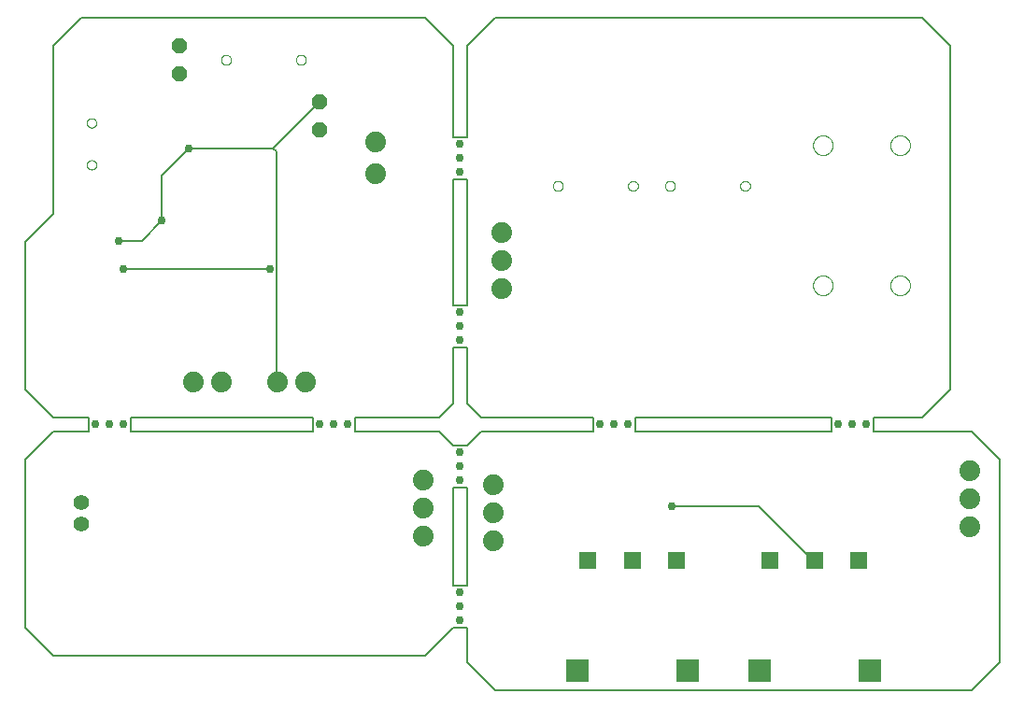
<source format=gbl>
G75*
%MOIN*%
%OFA0B0*%
%FSLAX25Y25*%
%IPPOS*%
%LPD*%
%AMOC8*
5,1,8,0,0,1.08239X$1,22.5*
%
%ADD10C,0.00600*%
%ADD11C,0.07400*%
%ADD12OC8,0.05200*%
%ADD13C,0.05600*%
%ADD14C,0.00000*%
%ADD15R,0.05937X0.05937*%
%ADD16R,0.08268X0.08268*%
%ADD17C,0.02978*%
D10*
X0018800Y0024459D02*
X0008800Y0034459D01*
X0008800Y0094459D01*
X0018800Y0104459D01*
X0031300Y0104459D01*
X0031300Y0109459D01*
X0018800Y0109459D01*
X0008800Y0119459D01*
X0008800Y0171959D01*
X0018800Y0181959D01*
X0018800Y0241959D01*
X0028800Y0251959D01*
X0151300Y0251959D01*
X0161300Y0241959D01*
X0161300Y0209459D01*
X0166300Y0209459D01*
X0166300Y0241959D01*
X0176300Y0251959D01*
X0328800Y0251959D01*
X0338800Y0241959D01*
X0338800Y0119459D01*
X0328800Y0109459D01*
X0311300Y0109459D01*
X0311300Y0104459D01*
X0346300Y0104459D01*
X0356300Y0094459D01*
X0356300Y0021959D01*
X0346300Y0011959D01*
X0176300Y0011959D01*
X0166300Y0021959D01*
X0166300Y0034459D01*
X0161300Y0034459D01*
X0151300Y0024459D01*
X0018800Y0024459D01*
X0046300Y0104459D02*
X0111300Y0104459D01*
X0111300Y0109459D01*
X0046300Y0109459D01*
X0046300Y0104459D01*
X0098400Y0121959D02*
X0098800Y0121959D01*
X0098400Y0121959D02*
X0098400Y0204159D01*
X0097200Y0205359D01*
X0113800Y0221959D01*
X0097200Y0205359D02*
X0067200Y0205359D01*
X0057600Y0195759D01*
X0057600Y0179559D01*
X0050400Y0172359D01*
X0042000Y0172359D01*
X0043800Y0162159D02*
X0096000Y0162159D01*
X0161300Y0149459D02*
X0161300Y0194459D01*
X0166300Y0194459D01*
X0166300Y0149459D01*
X0161300Y0149459D01*
X0161300Y0134459D02*
X0161300Y0114459D01*
X0156300Y0109459D01*
X0126300Y0109459D01*
X0126300Y0104459D01*
X0156300Y0104459D01*
X0161300Y0099459D01*
X0166300Y0099459D01*
X0171300Y0104459D01*
X0211300Y0104459D01*
X0211300Y0109459D01*
X0171300Y0109459D01*
X0166300Y0114459D01*
X0166300Y0134459D01*
X0161300Y0134459D01*
X0226300Y0109459D02*
X0226300Y0104459D01*
X0296300Y0104459D01*
X0296300Y0109459D01*
X0226300Y0109459D01*
X0239400Y0077559D02*
X0270600Y0077559D01*
X0289800Y0058359D01*
X0290375Y0058337D01*
X0166300Y0049459D02*
X0161300Y0049459D01*
X0161300Y0084459D01*
X0166300Y0084459D01*
X0166300Y0049459D01*
D11*
X0175650Y0065384D03*
X0175650Y0075384D03*
X0175650Y0085384D03*
X0150650Y0086959D03*
X0150650Y0076959D03*
X0150650Y0066959D03*
X0108800Y0121959D03*
X0098800Y0121959D03*
X0078800Y0121959D03*
X0068800Y0121959D03*
X0133800Y0196259D03*
X0133800Y0207659D03*
X0178800Y0175384D03*
X0178800Y0165384D03*
X0178800Y0155384D03*
X0345650Y0090384D03*
X0345650Y0080384D03*
X0345650Y0070384D03*
D12*
X0113800Y0211959D03*
X0113800Y0221959D03*
X0063800Y0231959D03*
X0063800Y0241959D03*
D13*
X0028800Y0079045D03*
X0028800Y0071171D03*
D14*
X0197067Y0191959D02*
X0197069Y0192043D01*
X0197075Y0192126D01*
X0197085Y0192209D01*
X0197099Y0192292D01*
X0197116Y0192374D01*
X0197138Y0192455D01*
X0197163Y0192534D01*
X0197192Y0192613D01*
X0197225Y0192690D01*
X0197261Y0192765D01*
X0197301Y0192839D01*
X0197344Y0192911D01*
X0197391Y0192980D01*
X0197441Y0193047D01*
X0197494Y0193112D01*
X0197550Y0193174D01*
X0197608Y0193234D01*
X0197670Y0193291D01*
X0197734Y0193344D01*
X0197801Y0193395D01*
X0197870Y0193442D01*
X0197941Y0193487D01*
X0198014Y0193527D01*
X0198089Y0193564D01*
X0198166Y0193598D01*
X0198244Y0193628D01*
X0198323Y0193654D01*
X0198404Y0193677D01*
X0198486Y0193695D01*
X0198568Y0193710D01*
X0198651Y0193721D01*
X0198734Y0193728D01*
X0198818Y0193731D01*
X0198902Y0193730D01*
X0198985Y0193725D01*
X0199069Y0193716D01*
X0199151Y0193703D01*
X0199233Y0193687D01*
X0199314Y0193666D01*
X0199395Y0193642D01*
X0199473Y0193614D01*
X0199551Y0193582D01*
X0199627Y0193546D01*
X0199701Y0193507D01*
X0199773Y0193465D01*
X0199843Y0193419D01*
X0199911Y0193370D01*
X0199976Y0193318D01*
X0200039Y0193263D01*
X0200099Y0193205D01*
X0200157Y0193144D01*
X0200211Y0193080D01*
X0200263Y0193014D01*
X0200311Y0192946D01*
X0200356Y0192875D01*
X0200397Y0192802D01*
X0200436Y0192728D01*
X0200470Y0192652D01*
X0200501Y0192574D01*
X0200528Y0192495D01*
X0200552Y0192414D01*
X0200571Y0192333D01*
X0200587Y0192251D01*
X0200599Y0192168D01*
X0200607Y0192084D01*
X0200611Y0192001D01*
X0200611Y0191917D01*
X0200607Y0191834D01*
X0200599Y0191750D01*
X0200587Y0191667D01*
X0200571Y0191585D01*
X0200552Y0191504D01*
X0200528Y0191423D01*
X0200501Y0191344D01*
X0200470Y0191266D01*
X0200436Y0191190D01*
X0200397Y0191116D01*
X0200356Y0191043D01*
X0200311Y0190972D01*
X0200263Y0190904D01*
X0200211Y0190838D01*
X0200157Y0190774D01*
X0200099Y0190713D01*
X0200039Y0190655D01*
X0199976Y0190600D01*
X0199911Y0190548D01*
X0199843Y0190499D01*
X0199773Y0190453D01*
X0199701Y0190411D01*
X0199627Y0190372D01*
X0199551Y0190336D01*
X0199473Y0190304D01*
X0199395Y0190276D01*
X0199314Y0190252D01*
X0199233Y0190231D01*
X0199151Y0190215D01*
X0199069Y0190202D01*
X0198985Y0190193D01*
X0198902Y0190188D01*
X0198818Y0190187D01*
X0198734Y0190190D01*
X0198651Y0190197D01*
X0198568Y0190208D01*
X0198486Y0190223D01*
X0198404Y0190241D01*
X0198323Y0190264D01*
X0198244Y0190290D01*
X0198166Y0190320D01*
X0198089Y0190354D01*
X0198014Y0190391D01*
X0197941Y0190431D01*
X0197870Y0190476D01*
X0197801Y0190523D01*
X0197734Y0190574D01*
X0197670Y0190627D01*
X0197608Y0190684D01*
X0197550Y0190744D01*
X0197494Y0190806D01*
X0197441Y0190871D01*
X0197391Y0190938D01*
X0197344Y0191007D01*
X0197301Y0191079D01*
X0197261Y0191153D01*
X0197225Y0191228D01*
X0197192Y0191305D01*
X0197163Y0191384D01*
X0197138Y0191463D01*
X0197116Y0191544D01*
X0197099Y0191626D01*
X0197085Y0191709D01*
X0197075Y0191792D01*
X0197069Y0191875D01*
X0197067Y0191959D01*
X0223839Y0191959D02*
X0223841Y0192043D01*
X0223847Y0192126D01*
X0223857Y0192209D01*
X0223871Y0192292D01*
X0223888Y0192374D01*
X0223910Y0192455D01*
X0223935Y0192534D01*
X0223964Y0192613D01*
X0223997Y0192690D01*
X0224033Y0192765D01*
X0224073Y0192839D01*
X0224116Y0192911D01*
X0224163Y0192980D01*
X0224213Y0193047D01*
X0224266Y0193112D01*
X0224322Y0193174D01*
X0224380Y0193234D01*
X0224442Y0193291D01*
X0224506Y0193344D01*
X0224573Y0193395D01*
X0224642Y0193442D01*
X0224713Y0193487D01*
X0224786Y0193527D01*
X0224861Y0193564D01*
X0224938Y0193598D01*
X0225016Y0193628D01*
X0225095Y0193654D01*
X0225176Y0193677D01*
X0225258Y0193695D01*
X0225340Y0193710D01*
X0225423Y0193721D01*
X0225506Y0193728D01*
X0225590Y0193731D01*
X0225674Y0193730D01*
X0225757Y0193725D01*
X0225841Y0193716D01*
X0225923Y0193703D01*
X0226005Y0193687D01*
X0226086Y0193666D01*
X0226167Y0193642D01*
X0226245Y0193614D01*
X0226323Y0193582D01*
X0226399Y0193546D01*
X0226473Y0193507D01*
X0226545Y0193465D01*
X0226615Y0193419D01*
X0226683Y0193370D01*
X0226748Y0193318D01*
X0226811Y0193263D01*
X0226871Y0193205D01*
X0226929Y0193144D01*
X0226983Y0193080D01*
X0227035Y0193014D01*
X0227083Y0192946D01*
X0227128Y0192875D01*
X0227169Y0192802D01*
X0227208Y0192728D01*
X0227242Y0192652D01*
X0227273Y0192574D01*
X0227300Y0192495D01*
X0227324Y0192414D01*
X0227343Y0192333D01*
X0227359Y0192251D01*
X0227371Y0192168D01*
X0227379Y0192084D01*
X0227383Y0192001D01*
X0227383Y0191917D01*
X0227379Y0191834D01*
X0227371Y0191750D01*
X0227359Y0191667D01*
X0227343Y0191585D01*
X0227324Y0191504D01*
X0227300Y0191423D01*
X0227273Y0191344D01*
X0227242Y0191266D01*
X0227208Y0191190D01*
X0227169Y0191116D01*
X0227128Y0191043D01*
X0227083Y0190972D01*
X0227035Y0190904D01*
X0226983Y0190838D01*
X0226929Y0190774D01*
X0226871Y0190713D01*
X0226811Y0190655D01*
X0226748Y0190600D01*
X0226683Y0190548D01*
X0226615Y0190499D01*
X0226545Y0190453D01*
X0226473Y0190411D01*
X0226399Y0190372D01*
X0226323Y0190336D01*
X0226245Y0190304D01*
X0226167Y0190276D01*
X0226086Y0190252D01*
X0226005Y0190231D01*
X0225923Y0190215D01*
X0225841Y0190202D01*
X0225757Y0190193D01*
X0225674Y0190188D01*
X0225590Y0190187D01*
X0225506Y0190190D01*
X0225423Y0190197D01*
X0225340Y0190208D01*
X0225258Y0190223D01*
X0225176Y0190241D01*
X0225095Y0190264D01*
X0225016Y0190290D01*
X0224938Y0190320D01*
X0224861Y0190354D01*
X0224786Y0190391D01*
X0224713Y0190431D01*
X0224642Y0190476D01*
X0224573Y0190523D01*
X0224506Y0190574D01*
X0224442Y0190627D01*
X0224380Y0190684D01*
X0224322Y0190744D01*
X0224266Y0190806D01*
X0224213Y0190871D01*
X0224163Y0190938D01*
X0224116Y0191007D01*
X0224073Y0191079D01*
X0224033Y0191153D01*
X0223997Y0191228D01*
X0223964Y0191305D01*
X0223935Y0191384D01*
X0223910Y0191463D01*
X0223888Y0191544D01*
X0223871Y0191626D01*
X0223857Y0191709D01*
X0223847Y0191792D01*
X0223841Y0191875D01*
X0223839Y0191959D01*
X0237067Y0191959D02*
X0237069Y0192043D01*
X0237075Y0192126D01*
X0237085Y0192209D01*
X0237099Y0192292D01*
X0237116Y0192374D01*
X0237138Y0192455D01*
X0237163Y0192534D01*
X0237192Y0192613D01*
X0237225Y0192690D01*
X0237261Y0192765D01*
X0237301Y0192839D01*
X0237344Y0192911D01*
X0237391Y0192980D01*
X0237441Y0193047D01*
X0237494Y0193112D01*
X0237550Y0193174D01*
X0237608Y0193234D01*
X0237670Y0193291D01*
X0237734Y0193344D01*
X0237801Y0193395D01*
X0237870Y0193442D01*
X0237941Y0193487D01*
X0238014Y0193527D01*
X0238089Y0193564D01*
X0238166Y0193598D01*
X0238244Y0193628D01*
X0238323Y0193654D01*
X0238404Y0193677D01*
X0238486Y0193695D01*
X0238568Y0193710D01*
X0238651Y0193721D01*
X0238734Y0193728D01*
X0238818Y0193731D01*
X0238902Y0193730D01*
X0238985Y0193725D01*
X0239069Y0193716D01*
X0239151Y0193703D01*
X0239233Y0193687D01*
X0239314Y0193666D01*
X0239395Y0193642D01*
X0239473Y0193614D01*
X0239551Y0193582D01*
X0239627Y0193546D01*
X0239701Y0193507D01*
X0239773Y0193465D01*
X0239843Y0193419D01*
X0239911Y0193370D01*
X0239976Y0193318D01*
X0240039Y0193263D01*
X0240099Y0193205D01*
X0240157Y0193144D01*
X0240211Y0193080D01*
X0240263Y0193014D01*
X0240311Y0192946D01*
X0240356Y0192875D01*
X0240397Y0192802D01*
X0240436Y0192728D01*
X0240470Y0192652D01*
X0240501Y0192574D01*
X0240528Y0192495D01*
X0240552Y0192414D01*
X0240571Y0192333D01*
X0240587Y0192251D01*
X0240599Y0192168D01*
X0240607Y0192084D01*
X0240611Y0192001D01*
X0240611Y0191917D01*
X0240607Y0191834D01*
X0240599Y0191750D01*
X0240587Y0191667D01*
X0240571Y0191585D01*
X0240552Y0191504D01*
X0240528Y0191423D01*
X0240501Y0191344D01*
X0240470Y0191266D01*
X0240436Y0191190D01*
X0240397Y0191116D01*
X0240356Y0191043D01*
X0240311Y0190972D01*
X0240263Y0190904D01*
X0240211Y0190838D01*
X0240157Y0190774D01*
X0240099Y0190713D01*
X0240039Y0190655D01*
X0239976Y0190600D01*
X0239911Y0190548D01*
X0239843Y0190499D01*
X0239773Y0190453D01*
X0239701Y0190411D01*
X0239627Y0190372D01*
X0239551Y0190336D01*
X0239473Y0190304D01*
X0239395Y0190276D01*
X0239314Y0190252D01*
X0239233Y0190231D01*
X0239151Y0190215D01*
X0239069Y0190202D01*
X0238985Y0190193D01*
X0238902Y0190188D01*
X0238818Y0190187D01*
X0238734Y0190190D01*
X0238651Y0190197D01*
X0238568Y0190208D01*
X0238486Y0190223D01*
X0238404Y0190241D01*
X0238323Y0190264D01*
X0238244Y0190290D01*
X0238166Y0190320D01*
X0238089Y0190354D01*
X0238014Y0190391D01*
X0237941Y0190431D01*
X0237870Y0190476D01*
X0237801Y0190523D01*
X0237734Y0190574D01*
X0237670Y0190627D01*
X0237608Y0190684D01*
X0237550Y0190744D01*
X0237494Y0190806D01*
X0237441Y0190871D01*
X0237391Y0190938D01*
X0237344Y0191007D01*
X0237301Y0191079D01*
X0237261Y0191153D01*
X0237225Y0191228D01*
X0237192Y0191305D01*
X0237163Y0191384D01*
X0237138Y0191463D01*
X0237116Y0191544D01*
X0237099Y0191626D01*
X0237085Y0191709D01*
X0237075Y0191792D01*
X0237069Y0191875D01*
X0237067Y0191959D01*
X0263839Y0191959D02*
X0263841Y0192043D01*
X0263847Y0192126D01*
X0263857Y0192209D01*
X0263871Y0192292D01*
X0263888Y0192374D01*
X0263910Y0192455D01*
X0263935Y0192534D01*
X0263964Y0192613D01*
X0263997Y0192690D01*
X0264033Y0192765D01*
X0264073Y0192839D01*
X0264116Y0192911D01*
X0264163Y0192980D01*
X0264213Y0193047D01*
X0264266Y0193112D01*
X0264322Y0193174D01*
X0264380Y0193234D01*
X0264442Y0193291D01*
X0264506Y0193344D01*
X0264573Y0193395D01*
X0264642Y0193442D01*
X0264713Y0193487D01*
X0264786Y0193527D01*
X0264861Y0193564D01*
X0264938Y0193598D01*
X0265016Y0193628D01*
X0265095Y0193654D01*
X0265176Y0193677D01*
X0265258Y0193695D01*
X0265340Y0193710D01*
X0265423Y0193721D01*
X0265506Y0193728D01*
X0265590Y0193731D01*
X0265674Y0193730D01*
X0265757Y0193725D01*
X0265841Y0193716D01*
X0265923Y0193703D01*
X0266005Y0193687D01*
X0266086Y0193666D01*
X0266167Y0193642D01*
X0266245Y0193614D01*
X0266323Y0193582D01*
X0266399Y0193546D01*
X0266473Y0193507D01*
X0266545Y0193465D01*
X0266615Y0193419D01*
X0266683Y0193370D01*
X0266748Y0193318D01*
X0266811Y0193263D01*
X0266871Y0193205D01*
X0266929Y0193144D01*
X0266983Y0193080D01*
X0267035Y0193014D01*
X0267083Y0192946D01*
X0267128Y0192875D01*
X0267169Y0192802D01*
X0267208Y0192728D01*
X0267242Y0192652D01*
X0267273Y0192574D01*
X0267300Y0192495D01*
X0267324Y0192414D01*
X0267343Y0192333D01*
X0267359Y0192251D01*
X0267371Y0192168D01*
X0267379Y0192084D01*
X0267383Y0192001D01*
X0267383Y0191917D01*
X0267379Y0191834D01*
X0267371Y0191750D01*
X0267359Y0191667D01*
X0267343Y0191585D01*
X0267324Y0191504D01*
X0267300Y0191423D01*
X0267273Y0191344D01*
X0267242Y0191266D01*
X0267208Y0191190D01*
X0267169Y0191116D01*
X0267128Y0191043D01*
X0267083Y0190972D01*
X0267035Y0190904D01*
X0266983Y0190838D01*
X0266929Y0190774D01*
X0266871Y0190713D01*
X0266811Y0190655D01*
X0266748Y0190600D01*
X0266683Y0190548D01*
X0266615Y0190499D01*
X0266545Y0190453D01*
X0266473Y0190411D01*
X0266399Y0190372D01*
X0266323Y0190336D01*
X0266245Y0190304D01*
X0266167Y0190276D01*
X0266086Y0190252D01*
X0266005Y0190231D01*
X0265923Y0190215D01*
X0265841Y0190202D01*
X0265757Y0190193D01*
X0265674Y0190188D01*
X0265590Y0190187D01*
X0265506Y0190190D01*
X0265423Y0190197D01*
X0265340Y0190208D01*
X0265258Y0190223D01*
X0265176Y0190241D01*
X0265095Y0190264D01*
X0265016Y0190290D01*
X0264938Y0190320D01*
X0264861Y0190354D01*
X0264786Y0190391D01*
X0264713Y0190431D01*
X0264642Y0190476D01*
X0264573Y0190523D01*
X0264506Y0190574D01*
X0264442Y0190627D01*
X0264380Y0190684D01*
X0264322Y0190744D01*
X0264266Y0190806D01*
X0264213Y0190871D01*
X0264163Y0190938D01*
X0264116Y0191007D01*
X0264073Y0191079D01*
X0264033Y0191153D01*
X0263997Y0191228D01*
X0263964Y0191305D01*
X0263935Y0191384D01*
X0263910Y0191463D01*
X0263888Y0191544D01*
X0263871Y0191626D01*
X0263857Y0191709D01*
X0263847Y0191792D01*
X0263841Y0191875D01*
X0263839Y0191959D01*
X0289867Y0206486D02*
X0289869Y0206604D01*
X0289875Y0206722D01*
X0289885Y0206840D01*
X0289899Y0206957D01*
X0289917Y0207074D01*
X0289939Y0207191D01*
X0289964Y0207306D01*
X0289994Y0207420D01*
X0290028Y0207534D01*
X0290065Y0207646D01*
X0290106Y0207757D01*
X0290151Y0207866D01*
X0290199Y0207974D01*
X0290251Y0208080D01*
X0290307Y0208185D01*
X0290366Y0208287D01*
X0290428Y0208387D01*
X0290494Y0208485D01*
X0290563Y0208581D01*
X0290636Y0208675D01*
X0290711Y0208766D01*
X0290790Y0208854D01*
X0290871Y0208940D01*
X0290956Y0209023D01*
X0291043Y0209103D01*
X0291132Y0209180D01*
X0291225Y0209254D01*
X0291319Y0209324D01*
X0291416Y0209392D01*
X0291516Y0209456D01*
X0291617Y0209517D01*
X0291720Y0209574D01*
X0291826Y0209628D01*
X0291933Y0209679D01*
X0292041Y0209725D01*
X0292151Y0209768D01*
X0292263Y0209807D01*
X0292376Y0209843D01*
X0292490Y0209874D01*
X0292605Y0209902D01*
X0292720Y0209926D01*
X0292837Y0209946D01*
X0292954Y0209962D01*
X0293072Y0209974D01*
X0293190Y0209982D01*
X0293308Y0209986D01*
X0293426Y0209986D01*
X0293544Y0209982D01*
X0293662Y0209974D01*
X0293780Y0209962D01*
X0293897Y0209946D01*
X0294014Y0209926D01*
X0294129Y0209902D01*
X0294244Y0209874D01*
X0294358Y0209843D01*
X0294471Y0209807D01*
X0294583Y0209768D01*
X0294693Y0209725D01*
X0294801Y0209679D01*
X0294908Y0209628D01*
X0295014Y0209574D01*
X0295117Y0209517D01*
X0295218Y0209456D01*
X0295318Y0209392D01*
X0295415Y0209324D01*
X0295509Y0209254D01*
X0295602Y0209180D01*
X0295691Y0209103D01*
X0295778Y0209023D01*
X0295863Y0208940D01*
X0295944Y0208854D01*
X0296023Y0208766D01*
X0296098Y0208675D01*
X0296171Y0208581D01*
X0296240Y0208485D01*
X0296306Y0208387D01*
X0296368Y0208287D01*
X0296427Y0208185D01*
X0296483Y0208080D01*
X0296535Y0207974D01*
X0296583Y0207866D01*
X0296628Y0207757D01*
X0296669Y0207646D01*
X0296706Y0207534D01*
X0296740Y0207420D01*
X0296770Y0207306D01*
X0296795Y0207191D01*
X0296817Y0207074D01*
X0296835Y0206957D01*
X0296849Y0206840D01*
X0296859Y0206722D01*
X0296865Y0206604D01*
X0296867Y0206486D01*
X0296865Y0206368D01*
X0296859Y0206250D01*
X0296849Y0206132D01*
X0296835Y0206015D01*
X0296817Y0205898D01*
X0296795Y0205781D01*
X0296770Y0205666D01*
X0296740Y0205552D01*
X0296706Y0205438D01*
X0296669Y0205326D01*
X0296628Y0205215D01*
X0296583Y0205106D01*
X0296535Y0204998D01*
X0296483Y0204892D01*
X0296427Y0204787D01*
X0296368Y0204685D01*
X0296306Y0204585D01*
X0296240Y0204487D01*
X0296171Y0204391D01*
X0296098Y0204297D01*
X0296023Y0204206D01*
X0295944Y0204118D01*
X0295863Y0204032D01*
X0295778Y0203949D01*
X0295691Y0203869D01*
X0295602Y0203792D01*
X0295509Y0203718D01*
X0295415Y0203648D01*
X0295318Y0203580D01*
X0295218Y0203516D01*
X0295117Y0203455D01*
X0295014Y0203398D01*
X0294908Y0203344D01*
X0294801Y0203293D01*
X0294693Y0203247D01*
X0294583Y0203204D01*
X0294471Y0203165D01*
X0294358Y0203129D01*
X0294244Y0203098D01*
X0294129Y0203070D01*
X0294014Y0203046D01*
X0293897Y0203026D01*
X0293780Y0203010D01*
X0293662Y0202998D01*
X0293544Y0202990D01*
X0293426Y0202986D01*
X0293308Y0202986D01*
X0293190Y0202990D01*
X0293072Y0202998D01*
X0292954Y0203010D01*
X0292837Y0203026D01*
X0292720Y0203046D01*
X0292605Y0203070D01*
X0292490Y0203098D01*
X0292376Y0203129D01*
X0292263Y0203165D01*
X0292151Y0203204D01*
X0292041Y0203247D01*
X0291933Y0203293D01*
X0291826Y0203344D01*
X0291720Y0203398D01*
X0291617Y0203455D01*
X0291516Y0203516D01*
X0291416Y0203580D01*
X0291319Y0203648D01*
X0291225Y0203718D01*
X0291132Y0203792D01*
X0291043Y0203869D01*
X0290956Y0203949D01*
X0290871Y0204032D01*
X0290790Y0204118D01*
X0290711Y0204206D01*
X0290636Y0204297D01*
X0290563Y0204391D01*
X0290494Y0204487D01*
X0290428Y0204585D01*
X0290366Y0204685D01*
X0290307Y0204787D01*
X0290251Y0204892D01*
X0290199Y0204998D01*
X0290151Y0205106D01*
X0290106Y0205215D01*
X0290065Y0205326D01*
X0290028Y0205438D01*
X0289994Y0205552D01*
X0289964Y0205666D01*
X0289939Y0205781D01*
X0289917Y0205898D01*
X0289899Y0206015D01*
X0289885Y0206132D01*
X0289875Y0206250D01*
X0289869Y0206368D01*
X0289867Y0206486D01*
X0317426Y0206486D02*
X0317428Y0206604D01*
X0317434Y0206722D01*
X0317444Y0206840D01*
X0317458Y0206957D01*
X0317476Y0207074D01*
X0317498Y0207191D01*
X0317523Y0207306D01*
X0317553Y0207420D01*
X0317587Y0207534D01*
X0317624Y0207646D01*
X0317665Y0207757D01*
X0317710Y0207866D01*
X0317758Y0207974D01*
X0317810Y0208080D01*
X0317866Y0208185D01*
X0317925Y0208287D01*
X0317987Y0208387D01*
X0318053Y0208485D01*
X0318122Y0208581D01*
X0318195Y0208675D01*
X0318270Y0208766D01*
X0318349Y0208854D01*
X0318430Y0208940D01*
X0318515Y0209023D01*
X0318602Y0209103D01*
X0318691Y0209180D01*
X0318784Y0209254D01*
X0318878Y0209324D01*
X0318975Y0209392D01*
X0319075Y0209456D01*
X0319176Y0209517D01*
X0319279Y0209574D01*
X0319385Y0209628D01*
X0319492Y0209679D01*
X0319600Y0209725D01*
X0319710Y0209768D01*
X0319822Y0209807D01*
X0319935Y0209843D01*
X0320049Y0209874D01*
X0320164Y0209902D01*
X0320279Y0209926D01*
X0320396Y0209946D01*
X0320513Y0209962D01*
X0320631Y0209974D01*
X0320749Y0209982D01*
X0320867Y0209986D01*
X0320985Y0209986D01*
X0321103Y0209982D01*
X0321221Y0209974D01*
X0321339Y0209962D01*
X0321456Y0209946D01*
X0321573Y0209926D01*
X0321688Y0209902D01*
X0321803Y0209874D01*
X0321917Y0209843D01*
X0322030Y0209807D01*
X0322142Y0209768D01*
X0322252Y0209725D01*
X0322360Y0209679D01*
X0322467Y0209628D01*
X0322573Y0209574D01*
X0322676Y0209517D01*
X0322777Y0209456D01*
X0322877Y0209392D01*
X0322974Y0209324D01*
X0323068Y0209254D01*
X0323161Y0209180D01*
X0323250Y0209103D01*
X0323337Y0209023D01*
X0323422Y0208940D01*
X0323503Y0208854D01*
X0323582Y0208766D01*
X0323657Y0208675D01*
X0323730Y0208581D01*
X0323799Y0208485D01*
X0323865Y0208387D01*
X0323927Y0208287D01*
X0323986Y0208185D01*
X0324042Y0208080D01*
X0324094Y0207974D01*
X0324142Y0207866D01*
X0324187Y0207757D01*
X0324228Y0207646D01*
X0324265Y0207534D01*
X0324299Y0207420D01*
X0324329Y0207306D01*
X0324354Y0207191D01*
X0324376Y0207074D01*
X0324394Y0206957D01*
X0324408Y0206840D01*
X0324418Y0206722D01*
X0324424Y0206604D01*
X0324426Y0206486D01*
X0324424Y0206368D01*
X0324418Y0206250D01*
X0324408Y0206132D01*
X0324394Y0206015D01*
X0324376Y0205898D01*
X0324354Y0205781D01*
X0324329Y0205666D01*
X0324299Y0205552D01*
X0324265Y0205438D01*
X0324228Y0205326D01*
X0324187Y0205215D01*
X0324142Y0205106D01*
X0324094Y0204998D01*
X0324042Y0204892D01*
X0323986Y0204787D01*
X0323927Y0204685D01*
X0323865Y0204585D01*
X0323799Y0204487D01*
X0323730Y0204391D01*
X0323657Y0204297D01*
X0323582Y0204206D01*
X0323503Y0204118D01*
X0323422Y0204032D01*
X0323337Y0203949D01*
X0323250Y0203869D01*
X0323161Y0203792D01*
X0323068Y0203718D01*
X0322974Y0203648D01*
X0322877Y0203580D01*
X0322777Y0203516D01*
X0322676Y0203455D01*
X0322573Y0203398D01*
X0322467Y0203344D01*
X0322360Y0203293D01*
X0322252Y0203247D01*
X0322142Y0203204D01*
X0322030Y0203165D01*
X0321917Y0203129D01*
X0321803Y0203098D01*
X0321688Y0203070D01*
X0321573Y0203046D01*
X0321456Y0203026D01*
X0321339Y0203010D01*
X0321221Y0202998D01*
X0321103Y0202990D01*
X0320985Y0202986D01*
X0320867Y0202986D01*
X0320749Y0202990D01*
X0320631Y0202998D01*
X0320513Y0203010D01*
X0320396Y0203026D01*
X0320279Y0203046D01*
X0320164Y0203070D01*
X0320049Y0203098D01*
X0319935Y0203129D01*
X0319822Y0203165D01*
X0319710Y0203204D01*
X0319600Y0203247D01*
X0319492Y0203293D01*
X0319385Y0203344D01*
X0319279Y0203398D01*
X0319176Y0203455D01*
X0319075Y0203516D01*
X0318975Y0203580D01*
X0318878Y0203648D01*
X0318784Y0203718D01*
X0318691Y0203792D01*
X0318602Y0203869D01*
X0318515Y0203949D01*
X0318430Y0204032D01*
X0318349Y0204118D01*
X0318270Y0204206D01*
X0318195Y0204297D01*
X0318122Y0204391D01*
X0318053Y0204487D01*
X0317987Y0204585D01*
X0317925Y0204685D01*
X0317866Y0204787D01*
X0317810Y0204892D01*
X0317758Y0204998D01*
X0317710Y0205106D01*
X0317665Y0205215D01*
X0317624Y0205326D01*
X0317587Y0205438D01*
X0317553Y0205552D01*
X0317523Y0205666D01*
X0317498Y0205781D01*
X0317476Y0205898D01*
X0317458Y0206015D01*
X0317444Y0206132D01*
X0317434Y0206250D01*
X0317428Y0206368D01*
X0317426Y0206486D01*
X0317426Y0156486D02*
X0317428Y0156604D01*
X0317434Y0156722D01*
X0317444Y0156840D01*
X0317458Y0156957D01*
X0317476Y0157074D01*
X0317498Y0157191D01*
X0317523Y0157306D01*
X0317553Y0157420D01*
X0317587Y0157534D01*
X0317624Y0157646D01*
X0317665Y0157757D01*
X0317710Y0157866D01*
X0317758Y0157974D01*
X0317810Y0158080D01*
X0317866Y0158185D01*
X0317925Y0158287D01*
X0317987Y0158387D01*
X0318053Y0158485D01*
X0318122Y0158581D01*
X0318195Y0158675D01*
X0318270Y0158766D01*
X0318349Y0158854D01*
X0318430Y0158940D01*
X0318515Y0159023D01*
X0318602Y0159103D01*
X0318691Y0159180D01*
X0318784Y0159254D01*
X0318878Y0159324D01*
X0318975Y0159392D01*
X0319075Y0159456D01*
X0319176Y0159517D01*
X0319279Y0159574D01*
X0319385Y0159628D01*
X0319492Y0159679D01*
X0319600Y0159725D01*
X0319710Y0159768D01*
X0319822Y0159807D01*
X0319935Y0159843D01*
X0320049Y0159874D01*
X0320164Y0159902D01*
X0320279Y0159926D01*
X0320396Y0159946D01*
X0320513Y0159962D01*
X0320631Y0159974D01*
X0320749Y0159982D01*
X0320867Y0159986D01*
X0320985Y0159986D01*
X0321103Y0159982D01*
X0321221Y0159974D01*
X0321339Y0159962D01*
X0321456Y0159946D01*
X0321573Y0159926D01*
X0321688Y0159902D01*
X0321803Y0159874D01*
X0321917Y0159843D01*
X0322030Y0159807D01*
X0322142Y0159768D01*
X0322252Y0159725D01*
X0322360Y0159679D01*
X0322467Y0159628D01*
X0322573Y0159574D01*
X0322676Y0159517D01*
X0322777Y0159456D01*
X0322877Y0159392D01*
X0322974Y0159324D01*
X0323068Y0159254D01*
X0323161Y0159180D01*
X0323250Y0159103D01*
X0323337Y0159023D01*
X0323422Y0158940D01*
X0323503Y0158854D01*
X0323582Y0158766D01*
X0323657Y0158675D01*
X0323730Y0158581D01*
X0323799Y0158485D01*
X0323865Y0158387D01*
X0323927Y0158287D01*
X0323986Y0158185D01*
X0324042Y0158080D01*
X0324094Y0157974D01*
X0324142Y0157866D01*
X0324187Y0157757D01*
X0324228Y0157646D01*
X0324265Y0157534D01*
X0324299Y0157420D01*
X0324329Y0157306D01*
X0324354Y0157191D01*
X0324376Y0157074D01*
X0324394Y0156957D01*
X0324408Y0156840D01*
X0324418Y0156722D01*
X0324424Y0156604D01*
X0324426Y0156486D01*
X0324424Y0156368D01*
X0324418Y0156250D01*
X0324408Y0156132D01*
X0324394Y0156015D01*
X0324376Y0155898D01*
X0324354Y0155781D01*
X0324329Y0155666D01*
X0324299Y0155552D01*
X0324265Y0155438D01*
X0324228Y0155326D01*
X0324187Y0155215D01*
X0324142Y0155106D01*
X0324094Y0154998D01*
X0324042Y0154892D01*
X0323986Y0154787D01*
X0323927Y0154685D01*
X0323865Y0154585D01*
X0323799Y0154487D01*
X0323730Y0154391D01*
X0323657Y0154297D01*
X0323582Y0154206D01*
X0323503Y0154118D01*
X0323422Y0154032D01*
X0323337Y0153949D01*
X0323250Y0153869D01*
X0323161Y0153792D01*
X0323068Y0153718D01*
X0322974Y0153648D01*
X0322877Y0153580D01*
X0322777Y0153516D01*
X0322676Y0153455D01*
X0322573Y0153398D01*
X0322467Y0153344D01*
X0322360Y0153293D01*
X0322252Y0153247D01*
X0322142Y0153204D01*
X0322030Y0153165D01*
X0321917Y0153129D01*
X0321803Y0153098D01*
X0321688Y0153070D01*
X0321573Y0153046D01*
X0321456Y0153026D01*
X0321339Y0153010D01*
X0321221Y0152998D01*
X0321103Y0152990D01*
X0320985Y0152986D01*
X0320867Y0152986D01*
X0320749Y0152990D01*
X0320631Y0152998D01*
X0320513Y0153010D01*
X0320396Y0153026D01*
X0320279Y0153046D01*
X0320164Y0153070D01*
X0320049Y0153098D01*
X0319935Y0153129D01*
X0319822Y0153165D01*
X0319710Y0153204D01*
X0319600Y0153247D01*
X0319492Y0153293D01*
X0319385Y0153344D01*
X0319279Y0153398D01*
X0319176Y0153455D01*
X0319075Y0153516D01*
X0318975Y0153580D01*
X0318878Y0153648D01*
X0318784Y0153718D01*
X0318691Y0153792D01*
X0318602Y0153869D01*
X0318515Y0153949D01*
X0318430Y0154032D01*
X0318349Y0154118D01*
X0318270Y0154206D01*
X0318195Y0154297D01*
X0318122Y0154391D01*
X0318053Y0154487D01*
X0317987Y0154585D01*
X0317925Y0154685D01*
X0317866Y0154787D01*
X0317810Y0154892D01*
X0317758Y0154998D01*
X0317710Y0155106D01*
X0317665Y0155215D01*
X0317624Y0155326D01*
X0317587Y0155438D01*
X0317553Y0155552D01*
X0317523Y0155666D01*
X0317498Y0155781D01*
X0317476Y0155898D01*
X0317458Y0156015D01*
X0317444Y0156132D01*
X0317434Y0156250D01*
X0317428Y0156368D01*
X0317426Y0156486D01*
X0289867Y0156486D02*
X0289869Y0156604D01*
X0289875Y0156722D01*
X0289885Y0156840D01*
X0289899Y0156957D01*
X0289917Y0157074D01*
X0289939Y0157191D01*
X0289964Y0157306D01*
X0289994Y0157420D01*
X0290028Y0157534D01*
X0290065Y0157646D01*
X0290106Y0157757D01*
X0290151Y0157866D01*
X0290199Y0157974D01*
X0290251Y0158080D01*
X0290307Y0158185D01*
X0290366Y0158287D01*
X0290428Y0158387D01*
X0290494Y0158485D01*
X0290563Y0158581D01*
X0290636Y0158675D01*
X0290711Y0158766D01*
X0290790Y0158854D01*
X0290871Y0158940D01*
X0290956Y0159023D01*
X0291043Y0159103D01*
X0291132Y0159180D01*
X0291225Y0159254D01*
X0291319Y0159324D01*
X0291416Y0159392D01*
X0291516Y0159456D01*
X0291617Y0159517D01*
X0291720Y0159574D01*
X0291826Y0159628D01*
X0291933Y0159679D01*
X0292041Y0159725D01*
X0292151Y0159768D01*
X0292263Y0159807D01*
X0292376Y0159843D01*
X0292490Y0159874D01*
X0292605Y0159902D01*
X0292720Y0159926D01*
X0292837Y0159946D01*
X0292954Y0159962D01*
X0293072Y0159974D01*
X0293190Y0159982D01*
X0293308Y0159986D01*
X0293426Y0159986D01*
X0293544Y0159982D01*
X0293662Y0159974D01*
X0293780Y0159962D01*
X0293897Y0159946D01*
X0294014Y0159926D01*
X0294129Y0159902D01*
X0294244Y0159874D01*
X0294358Y0159843D01*
X0294471Y0159807D01*
X0294583Y0159768D01*
X0294693Y0159725D01*
X0294801Y0159679D01*
X0294908Y0159628D01*
X0295014Y0159574D01*
X0295117Y0159517D01*
X0295218Y0159456D01*
X0295318Y0159392D01*
X0295415Y0159324D01*
X0295509Y0159254D01*
X0295602Y0159180D01*
X0295691Y0159103D01*
X0295778Y0159023D01*
X0295863Y0158940D01*
X0295944Y0158854D01*
X0296023Y0158766D01*
X0296098Y0158675D01*
X0296171Y0158581D01*
X0296240Y0158485D01*
X0296306Y0158387D01*
X0296368Y0158287D01*
X0296427Y0158185D01*
X0296483Y0158080D01*
X0296535Y0157974D01*
X0296583Y0157866D01*
X0296628Y0157757D01*
X0296669Y0157646D01*
X0296706Y0157534D01*
X0296740Y0157420D01*
X0296770Y0157306D01*
X0296795Y0157191D01*
X0296817Y0157074D01*
X0296835Y0156957D01*
X0296849Y0156840D01*
X0296859Y0156722D01*
X0296865Y0156604D01*
X0296867Y0156486D01*
X0296865Y0156368D01*
X0296859Y0156250D01*
X0296849Y0156132D01*
X0296835Y0156015D01*
X0296817Y0155898D01*
X0296795Y0155781D01*
X0296770Y0155666D01*
X0296740Y0155552D01*
X0296706Y0155438D01*
X0296669Y0155326D01*
X0296628Y0155215D01*
X0296583Y0155106D01*
X0296535Y0154998D01*
X0296483Y0154892D01*
X0296427Y0154787D01*
X0296368Y0154685D01*
X0296306Y0154585D01*
X0296240Y0154487D01*
X0296171Y0154391D01*
X0296098Y0154297D01*
X0296023Y0154206D01*
X0295944Y0154118D01*
X0295863Y0154032D01*
X0295778Y0153949D01*
X0295691Y0153869D01*
X0295602Y0153792D01*
X0295509Y0153718D01*
X0295415Y0153648D01*
X0295318Y0153580D01*
X0295218Y0153516D01*
X0295117Y0153455D01*
X0295014Y0153398D01*
X0294908Y0153344D01*
X0294801Y0153293D01*
X0294693Y0153247D01*
X0294583Y0153204D01*
X0294471Y0153165D01*
X0294358Y0153129D01*
X0294244Y0153098D01*
X0294129Y0153070D01*
X0294014Y0153046D01*
X0293897Y0153026D01*
X0293780Y0153010D01*
X0293662Y0152998D01*
X0293544Y0152990D01*
X0293426Y0152986D01*
X0293308Y0152986D01*
X0293190Y0152990D01*
X0293072Y0152998D01*
X0292954Y0153010D01*
X0292837Y0153026D01*
X0292720Y0153046D01*
X0292605Y0153070D01*
X0292490Y0153098D01*
X0292376Y0153129D01*
X0292263Y0153165D01*
X0292151Y0153204D01*
X0292041Y0153247D01*
X0291933Y0153293D01*
X0291826Y0153344D01*
X0291720Y0153398D01*
X0291617Y0153455D01*
X0291516Y0153516D01*
X0291416Y0153580D01*
X0291319Y0153648D01*
X0291225Y0153718D01*
X0291132Y0153792D01*
X0291043Y0153869D01*
X0290956Y0153949D01*
X0290871Y0154032D01*
X0290790Y0154118D01*
X0290711Y0154206D01*
X0290636Y0154297D01*
X0290563Y0154391D01*
X0290494Y0154487D01*
X0290428Y0154585D01*
X0290366Y0154685D01*
X0290307Y0154787D01*
X0290251Y0154892D01*
X0290199Y0154998D01*
X0290151Y0155106D01*
X0290106Y0155215D01*
X0290065Y0155326D01*
X0290028Y0155438D01*
X0289994Y0155552D01*
X0289964Y0155666D01*
X0289939Y0155781D01*
X0289917Y0155898D01*
X0289899Y0156015D01*
X0289885Y0156132D01*
X0289875Y0156250D01*
X0289869Y0156368D01*
X0289867Y0156486D01*
X0105414Y0236959D02*
X0105416Y0237043D01*
X0105422Y0237126D01*
X0105432Y0237209D01*
X0105446Y0237292D01*
X0105463Y0237374D01*
X0105485Y0237455D01*
X0105510Y0237534D01*
X0105539Y0237613D01*
X0105572Y0237690D01*
X0105608Y0237765D01*
X0105648Y0237839D01*
X0105691Y0237911D01*
X0105738Y0237980D01*
X0105788Y0238047D01*
X0105841Y0238112D01*
X0105897Y0238174D01*
X0105955Y0238234D01*
X0106017Y0238291D01*
X0106081Y0238344D01*
X0106148Y0238395D01*
X0106217Y0238442D01*
X0106288Y0238487D01*
X0106361Y0238527D01*
X0106436Y0238564D01*
X0106513Y0238598D01*
X0106591Y0238628D01*
X0106670Y0238654D01*
X0106751Y0238677D01*
X0106833Y0238695D01*
X0106915Y0238710D01*
X0106998Y0238721D01*
X0107081Y0238728D01*
X0107165Y0238731D01*
X0107249Y0238730D01*
X0107332Y0238725D01*
X0107416Y0238716D01*
X0107498Y0238703D01*
X0107580Y0238687D01*
X0107661Y0238666D01*
X0107742Y0238642D01*
X0107820Y0238614D01*
X0107898Y0238582D01*
X0107974Y0238546D01*
X0108048Y0238507D01*
X0108120Y0238465D01*
X0108190Y0238419D01*
X0108258Y0238370D01*
X0108323Y0238318D01*
X0108386Y0238263D01*
X0108446Y0238205D01*
X0108504Y0238144D01*
X0108558Y0238080D01*
X0108610Y0238014D01*
X0108658Y0237946D01*
X0108703Y0237875D01*
X0108744Y0237802D01*
X0108783Y0237728D01*
X0108817Y0237652D01*
X0108848Y0237574D01*
X0108875Y0237495D01*
X0108899Y0237414D01*
X0108918Y0237333D01*
X0108934Y0237251D01*
X0108946Y0237168D01*
X0108954Y0237084D01*
X0108958Y0237001D01*
X0108958Y0236917D01*
X0108954Y0236834D01*
X0108946Y0236750D01*
X0108934Y0236667D01*
X0108918Y0236585D01*
X0108899Y0236504D01*
X0108875Y0236423D01*
X0108848Y0236344D01*
X0108817Y0236266D01*
X0108783Y0236190D01*
X0108744Y0236116D01*
X0108703Y0236043D01*
X0108658Y0235972D01*
X0108610Y0235904D01*
X0108558Y0235838D01*
X0108504Y0235774D01*
X0108446Y0235713D01*
X0108386Y0235655D01*
X0108323Y0235600D01*
X0108258Y0235548D01*
X0108190Y0235499D01*
X0108120Y0235453D01*
X0108048Y0235411D01*
X0107974Y0235372D01*
X0107898Y0235336D01*
X0107820Y0235304D01*
X0107742Y0235276D01*
X0107661Y0235252D01*
X0107580Y0235231D01*
X0107498Y0235215D01*
X0107416Y0235202D01*
X0107332Y0235193D01*
X0107249Y0235188D01*
X0107165Y0235187D01*
X0107081Y0235190D01*
X0106998Y0235197D01*
X0106915Y0235208D01*
X0106833Y0235223D01*
X0106751Y0235241D01*
X0106670Y0235264D01*
X0106591Y0235290D01*
X0106513Y0235320D01*
X0106436Y0235354D01*
X0106361Y0235391D01*
X0106288Y0235431D01*
X0106217Y0235476D01*
X0106148Y0235523D01*
X0106081Y0235574D01*
X0106017Y0235627D01*
X0105955Y0235684D01*
X0105897Y0235744D01*
X0105841Y0235806D01*
X0105788Y0235871D01*
X0105738Y0235938D01*
X0105691Y0236007D01*
X0105648Y0236079D01*
X0105608Y0236153D01*
X0105572Y0236228D01*
X0105539Y0236305D01*
X0105510Y0236384D01*
X0105485Y0236463D01*
X0105463Y0236544D01*
X0105446Y0236626D01*
X0105432Y0236709D01*
X0105422Y0236792D01*
X0105416Y0236875D01*
X0105414Y0236959D01*
X0078642Y0236959D02*
X0078644Y0237043D01*
X0078650Y0237126D01*
X0078660Y0237209D01*
X0078674Y0237292D01*
X0078691Y0237374D01*
X0078713Y0237455D01*
X0078738Y0237534D01*
X0078767Y0237613D01*
X0078800Y0237690D01*
X0078836Y0237765D01*
X0078876Y0237839D01*
X0078919Y0237911D01*
X0078966Y0237980D01*
X0079016Y0238047D01*
X0079069Y0238112D01*
X0079125Y0238174D01*
X0079183Y0238234D01*
X0079245Y0238291D01*
X0079309Y0238344D01*
X0079376Y0238395D01*
X0079445Y0238442D01*
X0079516Y0238487D01*
X0079589Y0238527D01*
X0079664Y0238564D01*
X0079741Y0238598D01*
X0079819Y0238628D01*
X0079898Y0238654D01*
X0079979Y0238677D01*
X0080061Y0238695D01*
X0080143Y0238710D01*
X0080226Y0238721D01*
X0080309Y0238728D01*
X0080393Y0238731D01*
X0080477Y0238730D01*
X0080560Y0238725D01*
X0080644Y0238716D01*
X0080726Y0238703D01*
X0080808Y0238687D01*
X0080889Y0238666D01*
X0080970Y0238642D01*
X0081048Y0238614D01*
X0081126Y0238582D01*
X0081202Y0238546D01*
X0081276Y0238507D01*
X0081348Y0238465D01*
X0081418Y0238419D01*
X0081486Y0238370D01*
X0081551Y0238318D01*
X0081614Y0238263D01*
X0081674Y0238205D01*
X0081732Y0238144D01*
X0081786Y0238080D01*
X0081838Y0238014D01*
X0081886Y0237946D01*
X0081931Y0237875D01*
X0081972Y0237802D01*
X0082011Y0237728D01*
X0082045Y0237652D01*
X0082076Y0237574D01*
X0082103Y0237495D01*
X0082127Y0237414D01*
X0082146Y0237333D01*
X0082162Y0237251D01*
X0082174Y0237168D01*
X0082182Y0237084D01*
X0082186Y0237001D01*
X0082186Y0236917D01*
X0082182Y0236834D01*
X0082174Y0236750D01*
X0082162Y0236667D01*
X0082146Y0236585D01*
X0082127Y0236504D01*
X0082103Y0236423D01*
X0082076Y0236344D01*
X0082045Y0236266D01*
X0082011Y0236190D01*
X0081972Y0236116D01*
X0081931Y0236043D01*
X0081886Y0235972D01*
X0081838Y0235904D01*
X0081786Y0235838D01*
X0081732Y0235774D01*
X0081674Y0235713D01*
X0081614Y0235655D01*
X0081551Y0235600D01*
X0081486Y0235548D01*
X0081418Y0235499D01*
X0081348Y0235453D01*
X0081276Y0235411D01*
X0081202Y0235372D01*
X0081126Y0235336D01*
X0081048Y0235304D01*
X0080970Y0235276D01*
X0080889Y0235252D01*
X0080808Y0235231D01*
X0080726Y0235215D01*
X0080644Y0235202D01*
X0080560Y0235193D01*
X0080477Y0235188D01*
X0080393Y0235187D01*
X0080309Y0235190D01*
X0080226Y0235197D01*
X0080143Y0235208D01*
X0080061Y0235223D01*
X0079979Y0235241D01*
X0079898Y0235264D01*
X0079819Y0235290D01*
X0079741Y0235320D01*
X0079664Y0235354D01*
X0079589Y0235391D01*
X0079516Y0235431D01*
X0079445Y0235476D01*
X0079376Y0235523D01*
X0079309Y0235574D01*
X0079245Y0235627D01*
X0079183Y0235684D01*
X0079125Y0235744D01*
X0079069Y0235806D01*
X0079016Y0235871D01*
X0078966Y0235938D01*
X0078919Y0236007D01*
X0078876Y0236079D01*
X0078836Y0236153D01*
X0078800Y0236228D01*
X0078767Y0236305D01*
X0078738Y0236384D01*
X0078713Y0236463D01*
X0078691Y0236544D01*
X0078674Y0236626D01*
X0078660Y0236709D01*
X0078650Y0236792D01*
X0078644Y0236875D01*
X0078642Y0236959D01*
X0030788Y0214439D02*
X0030790Y0214520D01*
X0030796Y0214602D01*
X0030806Y0214683D01*
X0030820Y0214763D01*
X0030837Y0214842D01*
X0030859Y0214921D01*
X0030884Y0214998D01*
X0030913Y0215075D01*
X0030946Y0215149D01*
X0030983Y0215222D01*
X0031022Y0215293D01*
X0031066Y0215362D01*
X0031112Y0215429D01*
X0031162Y0215493D01*
X0031215Y0215555D01*
X0031271Y0215615D01*
X0031329Y0215671D01*
X0031391Y0215725D01*
X0031455Y0215776D01*
X0031521Y0215823D01*
X0031589Y0215867D01*
X0031660Y0215908D01*
X0031732Y0215945D01*
X0031807Y0215979D01*
X0031882Y0216009D01*
X0031960Y0216035D01*
X0032038Y0216058D01*
X0032117Y0216076D01*
X0032197Y0216091D01*
X0032278Y0216102D01*
X0032359Y0216109D01*
X0032441Y0216112D01*
X0032522Y0216111D01*
X0032603Y0216106D01*
X0032684Y0216097D01*
X0032765Y0216084D01*
X0032845Y0216067D01*
X0032923Y0216047D01*
X0033001Y0216022D01*
X0033078Y0215994D01*
X0033153Y0215962D01*
X0033226Y0215927D01*
X0033297Y0215888D01*
X0033367Y0215845D01*
X0033434Y0215800D01*
X0033500Y0215751D01*
X0033562Y0215699D01*
X0033622Y0215643D01*
X0033679Y0215585D01*
X0033734Y0215525D01*
X0033785Y0215461D01*
X0033833Y0215396D01*
X0033878Y0215328D01*
X0033920Y0215258D01*
X0033958Y0215186D01*
X0033993Y0215112D01*
X0034024Y0215037D01*
X0034051Y0214960D01*
X0034074Y0214882D01*
X0034094Y0214803D01*
X0034110Y0214723D01*
X0034122Y0214642D01*
X0034130Y0214561D01*
X0034134Y0214480D01*
X0034134Y0214398D01*
X0034130Y0214317D01*
X0034122Y0214236D01*
X0034110Y0214155D01*
X0034094Y0214075D01*
X0034074Y0213996D01*
X0034051Y0213918D01*
X0034024Y0213841D01*
X0033993Y0213766D01*
X0033958Y0213692D01*
X0033920Y0213620D01*
X0033878Y0213550D01*
X0033833Y0213482D01*
X0033785Y0213417D01*
X0033734Y0213353D01*
X0033679Y0213293D01*
X0033622Y0213235D01*
X0033562Y0213179D01*
X0033500Y0213127D01*
X0033434Y0213078D01*
X0033367Y0213033D01*
X0033298Y0212990D01*
X0033226Y0212951D01*
X0033153Y0212916D01*
X0033078Y0212884D01*
X0033001Y0212856D01*
X0032923Y0212831D01*
X0032845Y0212811D01*
X0032765Y0212794D01*
X0032684Y0212781D01*
X0032603Y0212772D01*
X0032522Y0212767D01*
X0032441Y0212766D01*
X0032359Y0212769D01*
X0032278Y0212776D01*
X0032197Y0212787D01*
X0032117Y0212802D01*
X0032038Y0212820D01*
X0031960Y0212843D01*
X0031882Y0212869D01*
X0031807Y0212899D01*
X0031732Y0212933D01*
X0031660Y0212970D01*
X0031589Y0213011D01*
X0031521Y0213055D01*
X0031455Y0213102D01*
X0031391Y0213153D01*
X0031329Y0213207D01*
X0031271Y0213263D01*
X0031215Y0213323D01*
X0031162Y0213385D01*
X0031112Y0213449D01*
X0031066Y0213516D01*
X0031022Y0213585D01*
X0030983Y0213656D01*
X0030946Y0213729D01*
X0030913Y0213803D01*
X0030884Y0213880D01*
X0030859Y0213957D01*
X0030837Y0214036D01*
X0030820Y0214115D01*
X0030806Y0214195D01*
X0030796Y0214276D01*
X0030790Y0214358D01*
X0030788Y0214439D01*
X0030788Y0199478D02*
X0030790Y0199559D01*
X0030796Y0199641D01*
X0030806Y0199722D01*
X0030820Y0199802D01*
X0030837Y0199881D01*
X0030859Y0199960D01*
X0030884Y0200037D01*
X0030913Y0200114D01*
X0030946Y0200188D01*
X0030983Y0200261D01*
X0031022Y0200332D01*
X0031066Y0200401D01*
X0031112Y0200468D01*
X0031162Y0200532D01*
X0031215Y0200594D01*
X0031271Y0200654D01*
X0031329Y0200710D01*
X0031391Y0200764D01*
X0031455Y0200815D01*
X0031521Y0200862D01*
X0031589Y0200906D01*
X0031660Y0200947D01*
X0031732Y0200984D01*
X0031807Y0201018D01*
X0031882Y0201048D01*
X0031960Y0201074D01*
X0032038Y0201097D01*
X0032117Y0201115D01*
X0032197Y0201130D01*
X0032278Y0201141D01*
X0032359Y0201148D01*
X0032441Y0201151D01*
X0032522Y0201150D01*
X0032603Y0201145D01*
X0032684Y0201136D01*
X0032765Y0201123D01*
X0032845Y0201106D01*
X0032923Y0201086D01*
X0033001Y0201061D01*
X0033078Y0201033D01*
X0033153Y0201001D01*
X0033226Y0200966D01*
X0033297Y0200927D01*
X0033367Y0200884D01*
X0033434Y0200839D01*
X0033500Y0200790D01*
X0033562Y0200738D01*
X0033622Y0200682D01*
X0033679Y0200624D01*
X0033734Y0200564D01*
X0033785Y0200500D01*
X0033833Y0200435D01*
X0033878Y0200367D01*
X0033920Y0200297D01*
X0033958Y0200225D01*
X0033993Y0200151D01*
X0034024Y0200076D01*
X0034051Y0199999D01*
X0034074Y0199921D01*
X0034094Y0199842D01*
X0034110Y0199762D01*
X0034122Y0199681D01*
X0034130Y0199600D01*
X0034134Y0199519D01*
X0034134Y0199437D01*
X0034130Y0199356D01*
X0034122Y0199275D01*
X0034110Y0199194D01*
X0034094Y0199114D01*
X0034074Y0199035D01*
X0034051Y0198957D01*
X0034024Y0198880D01*
X0033993Y0198805D01*
X0033958Y0198731D01*
X0033920Y0198659D01*
X0033878Y0198589D01*
X0033833Y0198521D01*
X0033785Y0198456D01*
X0033734Y0198392D01*
X0033679Y0198332D01*
X0033622Y0198274D01*
X0033562Y0198218D01*
X0033500Y0198166D01*
X0033434Y0198117D01*
X0033367Y0198072D01*
X0033298Y0198029D01*
X0033226Y0197990D01*
X0033153Y0197955D01*
X0033078Y0197923D01*
X0033001Y0197895D01*
X0032923Y0197870D01*
X0032845Y0197850D01*
X0032765Y0197833D01*
X0032684Y0197820D01*
X0032603Y0197811D01*
X0032522Y0197806D01*
X0032441Y0197805D01*
X0032359Y0197808D01*
X0032278Y0197815D01*
X0032197Y0197826D01*
X0032117Y0197841D01*
X0032038Y0197859D01*
X0031960Y0197882D01*
X0031882Y0197908D01*
X0031807Y0197938D01*
X0031732Y0197972D01*
X0031660Y0198009D01*
X0031589Y0198050D01*
X0031521Y0198094D01*
X0031455Y0198141D01*
X0031391Y0198192D01*
X0031329Y0198246D01*
X0031271Y0198302D01*
X0031215Y0198362D01*
X0031162Y0198424D01*
X0031112Y0198488D01*
X0031066Y0198555D01*
X0031022Y0198624D01*
X0030983Y0198695D01*
X0030946Y0198768D01*
X0030913Y0198842D01*
X0030884Y0198919D01*
X0030859Y0198996D01*
X0030837Y0199075D01*
X0030820Y0199154D01*
X0030806Y0199234D01*
X0030796Y0199315D01*
X0030790Y0199397D01*
X0030788Y0199478D01*
D15*
X0209627Y0058337D03*
X0225375Y0058337D03*
X0241123Y0058337D03*
X0274627Y0058337D03*
X0290375Y0058337D03*
X0306123Y0058337D03*
D16*
X0310060Y0018967D03*
X0270690Y0018967D03*
X0245060Y0018967D03*
X0205690Y0018967D03*
D17*
X0163800Y0036959D03*
X0163800Y0041959D03*
X0163800Y0046959D03*
X0163800Y0086959D03*
X0163800Y0091959D03*
X0163800Y0096959D03*
X0123800Y0106959D03*
X0118800Y0106959D03*
X0113800Y0106959D03*
X0163800Y0136959D03*
X0163800Y0141959D03*
X0163800Y0146959D03*
X0213800Y0106959D03*
X0218800Y0106959D03*
X0223800Y0106959D03*
X0239400Y0077559D03*
X0298800Y0106959D03*
X0303800Y0106959D03*
X0308800Y0106959D03*
X0163800Y0196959D03*
X0163800Y0201959D03*
X0163800Y0206959D03*
X0096000Y0162159D03*
X0057600Y0179559D03*
X0042000Y0172359D03*
X0043800Y0162159D03*
X0067200Y0205359D03*
X0043800Y0106959D03*
X0038800Y0106959D03*
X0033800Y0106959D03*
M02*

</source>
